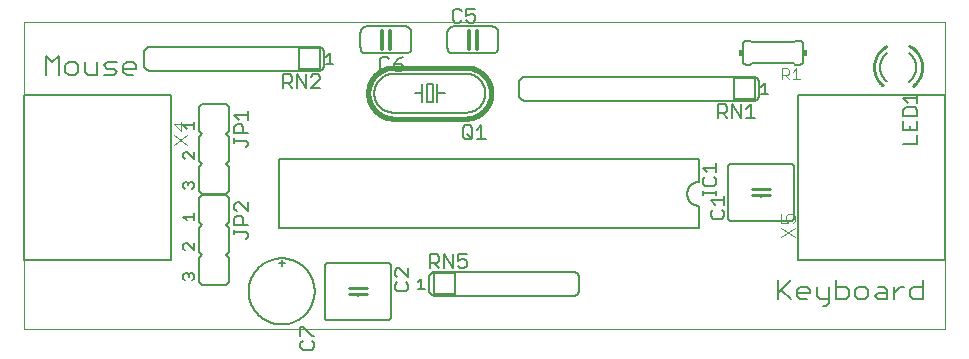
<source format=gto>
G75*
%MOIN*%
%OFA0B0*%
%FSLAX25Y25*%
%IPPOS*%
%LPD*%
%AMOC8*
5,1,8,0,0,1.08239X$1,22.5*
%
%ADD10C,0.00000*%
%ADD11C,0.00600*%
%ADD12C,0.01000*%
%ADD13C,0.00500*%
%ADD14C,0.01200*%
%ADD15C,0.01600*%
%ADD16C,0.00400*%
%ADD17R,0.01500X0.02000*%
%ADD18C,0.00800*%
D10*
X0005345Y0009867D02*
X0005345Y0112229D01*
X0312432Y0112229D01*
X0312432Y0009867D01*
X0005345Y0009867D01*
D11*
X0063693Y0025371D02*
X0063693Y0033371D01*
X0064693Y0034371D01*
X0063693Y0035371D01*
X0063693Y0043371D01*
X0064693Y0044371D01*
X0063693Y0045371D01*
X0063693Y0053371D01*
X0064693Y0054371D01*
X0072693Y0054371D01*
X0073693Y0053371D01*
X0073693Y0045371D01*
X0072693Y0044371D01*
X0073693Y0043371D01*
X0073693Y0035371D01*
X0072693Y0034371D01*
X0073693Y0033371D01*
X0073693Y0025371D01*
X0072693Y0024371D01*
X0064693Y0024371D01*
X0063693Y0025371D01*
X0090178Y0031839D02*
X0092178Y0031839D01*
X0091178Y0030839D02*
X0091178Y0032839D01*
X0105595Y0030809D02*
X0105595Y0013809D01*
X0105597Y0013749D01*
X0105602Y0013688D01*
X0105611Y0013629D01*
X0105624Y0013570D01*
X0105640Y0013511D01*
X0105660Y0013454D01*
X0105683Y0013399D01*
X0105710Y0013344D01*
X0105739Y0013292D01*
X0105772Y0013241D01*
X0105808Y0013192D01*
X0105846Y0013146D01*
X0105888Y0013102D01*
X0105932Y0013060D01*
X0105978Y0013022D01*
X0106027Y0012986D01*
X0106078Y0012953D01*
X0106130Y0012924D01*
X0106185Y0012897D01*
X0106240Y0012874D01*
X0106297Y0012854D01*
X0106356Y0012838D01*
X0106415Y0012825D01*
X0106474Y0012816D01*
X0106535Y0012811D01*
X0106595Y0012809D01*
X0126595Y0012809D01*
X0126655Y0012811D01*
X0126716Y0012816D01*
X0126775Y0012825D01*
X0126834Y0012838D01*
X0126893Y0012854D01*
X0126950Y0012874D01*
X0127005Y0012897D01*
X0127060Y0012924D01*
X0127112Y0012953D01*
X0127163Y0012986D01*
X0127212Y0013022D01*
X0127258Y0013060D01*
X0127302Y0013102D01*
X0127344Y0013146D01*
X0127382Y0013192D01*
X0127418Y0013241D01*
X0127451Y0013292D01*
X0127480Y0013344D01*
X0127507Y0013399D01*
X0127530Y0013454D01*
X0127550Y0013511D01*
X0127566Y0013570D01*
X0127579Y0013629D01*
X0127588Y0013688D01*
X0127593Y0013749D01*
X0127595Y0013809D01*
X0127595Y0030809D01*
X0127593Y0030869D01*
X0127588Y0030930D01*
X0127579Y0030989D01*
X0127566Y0031048D01*
X0127550Y0031107D01*
X0127530Y0031164D01*
X0127507Y0031219D01*
X0127480Y0031274D01*
X0127451Y0031326D01*
X0127418Y0031377D01*
X0127382Y0031426D01*
X0127344Y0031472D01*
X0127302Y0031516D01*
X0127258Y0031558D01*
X0127212Y0031596D01*
X0127163Y0031632D01*
X0127112Y0031665D01*
X0127060Y0031694D01*
X0127005Y0031721D01*
X0126950Y0031744D01*
X0126893Y0031764D01*
X0126834Y0031780D01*
X0126775Y0031793D01*
X0126716Y0031802D01*
X0126655Y0031807D01*
X0126595Y0031809D01*
X0106595Y0031809D01*
X0106535Y0031807D01*
X0106474Y0031802D01*
X0106415Y0031793D01*
X0106356Y0031780D01*
X0106297Y0031764D01*
X0106240Y0031744D01*
X0106185Y0031721D01*
X0106130Y0031694D01*
X0106078Y0031665D01*
X0106027Y0031632D01*
X0105978Y0031596D01*
X0105932Y0031558D01*
X0105888Y0031516D01*
X0105846Y0031472D01*
X0105808Y0031426D01*
X0105772Y0031377D01*
X0105739Y0031326D01*
X0105710Y0031274D01*
X0105683Y0031219D01*
X0105660Y0031164D01*
X0105640Y0031107D01*
X0105624Y0031048D01*
X0105611Y0030989D01*
X0105602Y0030930D01*
X0105597Y0030869D01*
X0105595Y0030809D01*
X0116595Y0023809D02*
X0116595Y0023309D01*
X0116595Y0021309D02*
X0116595Y0020809D01*
X0140345Y0022867D02*
X0140345Y0026867D01*
X0140347Y0026954D01*
X0140353Y0027041D01*
X0140362Y0027128D01*
X0140375Y0027214D01*
X0140392Y0027300D01*
X0140413Y0027385D01*
X0140438Y0027468D01*
X0140466Y0027551D01*
X0140497Y0027632D01*
X0140532Y0027712D01*
X0140571Y0027790D01*
X0140613Y0027867D01*
X0140658Y0027942D01*
X0140707Y0028014D01*
X0140758Y0028085D01*
X0140813Y0028153D01*
X0140870Y0028218D01*
X0140931Y0028281D01*
X0140994Y0028342D01*
X0141059Y0028399D01*
X0141127Y0028454D01*
X0141198Y0028505D01*
X0141270Y0028554D01*
X0141345Y0028599D01*
X0141422Y0028641D01*
X0141500Y0028680D01*
X0141580Y0028715D01*
X0141661Y0028746D01*
X0141744Y0028774D01*
X0141827Y0028799D01*
X0141912Y0028820D01*
X0141998Y0028837D01*
X0142084Y0028850D01*
X0142171Y0028859D01*
X0142258Y0028865D01*
X0142345Y0028867D01*
X0188345Y0028867D01*
X0188432Y0028865D01*
X0188519Y0028859D01*
X0188606Y0028850D01*
X0188692Y0028837D01*
X0188778Y0028820D01*
X0188863Y0028799D01*
X0188946Y0028774D01*
X0189029Y0028746D01*
X0189110Y0028715D01*
X0189190Y0028680D01*
X0189268Y0028641D01*
X0189345Y0028599D01*
X0189420Y0028554D01*
X0189492Y0028505D01*
X0189563Y0028454D01*
X0189631Y0028399D01*
X0189696Y0028342D01*
X0189759Y0028281D01*
X0189820Y0028218D01*
X0189877Y0028153D01*
X0189932Y0028085D01*
X0189983Y0028014D01*
X0190032Y0027942D01*
X0190077Y0027867D01*
X0190119Y0027790D01*
X0190158Y0027712D01*
X0190193Y0027632D01*
X0190224Y0027551D01*
X0190252Y0027468D01*
X0190277Y0027385D01*
X0190298Y0027300D01*
X0190315Y0027214D01*
X0190328Y0027128D01*
X0190337Y0027041D01*
X0190343Y0026954D01*
X0190345Y0026867D01*
X0190345Y0022867D01*
X0190343Y0022780D01*
X0190337Y0022693D01*
X0190328Y0022606D01*
X0190315Y0022520D01*
X0190298Y0022434D01*
X0190277Y0022349D01*
X0190252Y0022266D01*
X0190224Y0022183D01*
X0190193Y0022102D01*
X0190158Y0022022D01*
X0190119Y0021944D01*
X0190077Y0021867D01*
X0190032Y0021792D01*
X0189983Y0021720D01*
X0189932Y0021649D01*
X0189877Y0021581D01*
X0189820Y0021516D01*
X0189759Y0021453D01*
X0189696Y0021392D01*
X0189631Y0021335D01*
X0189563Y0021280D01*
X0189492Y0021229D01*
X0189420Y0021180D01*
X0189345Y0021135D01*
X0189268Y0021093D01*
X0189190Y0021054D01*
X0189110Y0021019D01*
X0189029Y0020988D01*
X0188946Y0020960D01*
X0188863Y0020935D01*
X0188778Y0020914D01*
X0188692Y0020897D01*
X0188606Y0020884D01*
X0188519Y0020875D01*
X0188432Y0020869D01*
X0188345Y0020867D01*
X0142345Y0020867D01*
X0141845Y0021367D02*
X0141845Y0028367D01*
X0148845Y0028367D01*
X0148845Y0021367D01*
X0141845Y0021367D01*
X0142345Y0020867D02*
X0142258Y0020869D01*
X0142171Y0020875D01*
X0142084Y0020884D01*
X0141998Y0020897D01*
X0141912Y0020914D01*
X0141827Y0020935D01*
X0141744Y0020960D01*
X0141661Y0020988D01*
X0141580Y0021019D01*
X0141500Y0021054D01*
X0141422Y0021093D01*
X0141345Y0021135D01*
X0141270Y0021180D01*
X0141198Y0021229D01*
X0141127Y0021280D01*
X0141059Y0021335D01*
X0140994Y0021392D01*
X0140931Y0021453D01*
X0140870Y0021516D01*
X0140813Y0021581D01*
X0140758Y0021649D01*
X0140707Y0021720D01*
X0140658Y0021792D01*
X0140613Y0021867D01*
X0140571Y0021944D01*
X0140532Y0022022D01*
X0140497Y0022102D01*
X0140466Y0022183D01*
X0140438Y0022266D01*
X0140413Y0022349D01*
X0140392Y0022434D01*
X0140375Y0022520D01*
X0140362Y0022606D01*
X0140353Y0022693D01*
X0140347Y0022780D01*
X0140345Y0022867D01*
X0080178Y0022339D02*
X0080181Y0022609D01*
X0080191Y0022879D01*
X0080208Y0023148D01*
X0080231Y0023417D01*
X0080261Y0023686D01*
X0080297Y0023953D01*
X0080340Y0024220D01*
X0080389Y0024485D01*
X0080445Y0024749D01*
X0080508Y0025012D01*
X0080576Y0025273D01*
X0080652Y0025532D01*
X0080733Y0025789D01*
X0080821Y0026045D01*
X0080915Y0026298D01*
X0081015Y0026549D01*
X0081122Y0026797D01*
X0081234Y0027042D01*
X0081353Y0027285D01*
X0081477Y0027524D01*
X0081607Y0027761D01*
X0081743Y0027994D01*
X0081885Y0028224D01*
X0082032Y0028450D01*
X0082185Y0028673D01*
X0082343Y0028892D01*
X0082506Y0029107D01*
X0082675Y0029317D01*
X0082849Y0029524D01*
X0083028Y0029726D01*
X0083211Y0029924D01*
X0083400Y0030117D01*
X0083593Y0030306D01*
X0083791Y0030489D01*
X0083993Y0030668D01*
X0084200Y0030842D01*
X0084410Y0031011D01*
X0084625Y0031174D01*
X0084844Y0031332D01*
X0085067Y0031485D01*
X0085293Y0031632D01*
X0085523Y0031774D01*
X0085756Y0031910D01*
X0085993Y0032040D01*
X0086232Y0032164D01*
X0086475Y0032283D01*
X0086720Y0032395D01*
X0086968Y0032502D01*
X0087219Y0032602D01*
X0087472Y0032696D01*
X0087728Y0032784D01*
X0087985Y0032865D01*
X0088244Y0032941D01*
X0088505Y0033009D01*
X0088768Y0033072D01*
X0089032Y0033128D01*
X0089297Y0033177D01*
X0089564Y0033220D01*
X0089831Y0033256D01*
X0090100Y0033286D01*
X0090369Y0033309D01*
X0090638Y0033326D01*
X0090908Y0033336D01*
X0091178Y0033339D01*
X0091448Y0033336D01*
X0091718Y0033326D01*
X0091987Y0033309D01*
X0092256Y0033286D01*
X0092525Y0033256D01*
X0092792Y0033220D01*
X0093059Y0033177D01*
X0093324Y0033128D01*
X0093588Y0033072D01*
X0093851Y0033009D01*
X0094112Y0032941D01*
X0094371Y0032865D01*
X0094628Y0032784D01*
X0094884Y0032696D01*
X0095137Y0032602D01*
X0095388Y0032502D01*
X0095636Y0032395D01*
X0095881Y0032283D01*
X0096124Y0032164D01*
X0096363Y0032040D01*
X0096600Y0031910D01*
X0096833Y0031774D01*
X0097063Y0031632D01*
X0097289Y0031485D01*
X0097512Y0031332D01*
X0097731Y0031174D01*
X0097946Y0031011D01*
X0098156Y0030842D01*
X0098363Y0030668D01*
X0098565Y0030489D01*
X0098763Y0030306D01*
X0098956Y0030117D01*
X0099145Y0029924D01*
X0099328Y0029726D01*
X0099507Y0029524D01*
X0099681Y0029317D01*
X0099850Y0029107D01*
X0100013Y0028892D01*
X0100171Y0028673D01*
X0100324Y0028450D01*
X0100471Y0028224D01*
X0100613Y0027994D01*
X0100749Y0027761D01*
X0100879Y0027524D01*
X0101003Y0027285D01*
X0101122Y0027042D01*
X0101234Y0026797D01*
X0101341Y0026549D01*
X0101441Y0026298D01*
X0101535Y0026045D01*
X0101623Y0025789D01*
X0101704Y0025532D01*
X0101780Y0025273D01*
X0101848Y0025012D01*
X0101911Y0024749D01*
X0101967Y0024485D01*
X0102016Y0024220D01*
X0102059Y0023953D01*
X0102095Y0023686D01*
X0102125Y0023417D01*
X0102148Y0023148D01*
X0102165Y0022879D01*
X0102175Y0022609D01*
X0102178Y0022339D01*
X0102175Y0022069D01*
X0102165Y0021799D01*
X0102148Y0021530D01*
X0102125Y0021261D01*
X0102095Y0020992D01*
X0102059Y0020725D01*
X0102016Y0020458D01*
X0101967Y0020193D01*
X0101911Y0019929D01*
X0101848Y0019666D01*
X0101780Y0019405D01*
X0101704Y0019146D01*
X0101623Y0018889D01*
X0101535Y0018633D01*
X0101441Y0018380D01*
X0101341Y0018129D01*
X0101234Y0017881D01*
X0101122Y0017636D01*
X0101003Y0017393D01*
X0100879Y0017154D01*
X0100749Y0016917D01*
X0100613Y0016684D01*
X0100471Y0016454D01*
X0100324Y0016228D01*
X0100171Y0016005D01*
X0100013Y0015786D01*
X0099850Y0015571D01*
X0099681Y0015361D01*
X0099507Y0015154D01*
X0099328Y0014952D01*
X0099145Y0014754D01*
X0098956Y0014561D01*
X0098763Y0014372D01*
X0098565Y0014189D01*
X0098363Y0014010D01*
X0098156Y0013836D01*
X0097946Y0013667D01*
X0097731Y0013504D01*
X0097512Y0013346D01*
X0097289Y0013193D01*
X0097063Y0013046D01*
X0096833Y0012904D01*
X0096600Y0012768D01*
X0096363Y0012638D01*
X0096124Y0012514D01*
X0095881Y0012395D01*
X0095636Y0012283D01*
X0095388Y0012176D01*
X0095137Y0012076D01*
X0094884Y0011982D01*
X0094628Y0011894D01*
X0094371Y0011813D01*
X0094112Y0011737D01*
X0093851Y0011669D01*
X0093588Y0011606D01*
X0093324Y0011550D01*
X0093059Y0011501D01*
X0092792Y0011458D01*
X0092525Y0011422D01*
X0092256Y0011392D01*
X0091987Y0011369D01*
X0091718Y0011352D01*
X0091448Y0011342D01*
X0091178Y0011339D01*
X0090908Y0011342D01*
X0090638Y0011352D01*
X0090369Y0011369D01*
X0090100Y0011392D01*
X0089831Y0011422D01*
X0089564Y0011458D01*
X0089297Y0011501D01*
X0089032Y0011550D01*
X0088768Y0011606D01*
X0088505Y0011669D01*
X0088244Y0011737D01*
X0087985Y0011813D01*
X0087728Y0011894D01*
X0087472Y0011982D01*
X0087219Y0012076D01*
X0086968Y0012176D01*
X0086720Y0012283D01*
X0086475Y0012395D01*
X0086232Y0012514D01*
X0085993Y0012638D01*
X0085756Y0012768D01*
X0085523Y0012904D01*
X0085293Y0013046D01*
X0085067Y0013193D01*
X0084844Y0013346D01*
X0084625Y0013504D01*
X0084410Y0013667D01*
X0084200Y0013836D01*
X0083993Y0014010D01*
X0083791Y0014189D01*
X0083593Y0014372D01*
X0083400Y0014561D01*
X0083211Y0014754D01*
X0083028Y0014952D01*
X0082849Y0015154D01*
X0082675Y0015361D01*
X0082506Y0015571D01*
X0082343Y0015786D01*
X0082185Y0016005D01*
X0082032Y0016228D01*
X0081885Y0016454D01*
X0081743Y0016684D01*
X0081607Y0016917D01*
X0081477Y0017154D01*
X0081353Y0017393D01*
X0081234Y0017636D01*
X0081122Y0017881D01*
X0081015Y0018129D01*
X0080915Y0018380D01*
X0080821Y0018633D01*
X0080733Y0018889D01*
X0080652Y0019146D01*
X0080576Y0019405D01*
X0080508Y0019666D01*
X0080445Y0019929D01*
X0080389Y0020193D01*
X0080340Y0020458D01*
X0080297Y0020725D01*
X0080261Y0020992D01*
X0080231Y0021261D01*
X0080208Y0021530D01*
X0080191Y0021799D01*
X0080181Y0022069D01*
X0080178Y0022339D01*
X0090345Y0043367D02*
X0090345Y0066367D01*
X0230345Y0066367D01*
X0230345Y0058867D01*
X0230219Y0058865D01*
X0230094Y0058859D01*
X0229969Y0058849D01*
X0229844Y0058835D01*
X0229719Y0058818D01*
X0229595Y0058796D01*
X0229472Y0058771D01*
X0229350Y0058741D01*
X0229229Y0058708D01*
X0229109Y0058671D01*
X0228990Y0058631D01*
X0228873Y0058586D01*
X0228756Y0058538D01*
X0228642Y0058486D01*
X0228529Y0058431D01*
X0228418Y0058372D01*
X0228309Y0058310D01*
X0228202Y0058244D01*
X0228097Y0058175D01*
X0227994Y0058103D01*
X0227893Y0058028D01*
X0227795Y0057949D01*
X0227700Y0057867D01*
X0227607Y0057783D01*
X0227517Y0057695D01*
X0227429Y0057605D01*
X0227345Y0057512D01*
X0227263Y0057417D01*
X0227184Y0057319D01*
X0227109Y0057218D01*
X0227037Y0057115D01*
X0226968Y0057010D01*
X0226902Y0056903D01*
X0226840Y0056794D01*
X0226781Y0056683D01*
X0226726Y0056570D01*
X0226674Y0056456D01*
X0226626Y0056339D01*
X0226581Y0056222D01*
X0226541Y0056103D01*
X0226504Y0055983D01*
X0226471Y0055862D01*
X0226441Y0055740D01*
X0226416Y0055617D01*
X0226394Y0055493D01*
X0226377Y0055368D01*
X0226363Y0055243D01*
X0226353Y0055118D01*
X0226347Y0054993D01*
X0226345Y0054867D01*
X0226347Y0054741D01*
X0226353Y0054616D01*
X0226363Y0054491D01*
X0226377Y0054366D01*
X0226394Y0054241D01*
X0226416Y0054117D01*
X0226441Y0053994D01*
X0226471Y0053872D01*
X0226504Y0053751D01*
X0226541Y0053631D01*
X0226581Y0053512D01*
X0226626Y0053395D01*
X0226674Y0053278D01*
X0226726Y0053164D01*
X0226781Y0053051D01*
X0226840Y0052940D01*
X0226902Y0052831D01*
X0226968Y0052724D01*
X0227037Y0052619D01*
X0227109Y0052516D01*
X0227184Y0052415D01*
X0227263Y0052317D01*
X0227345Y0052222D01*
X0227429Y0052129D01*
X0227517Y0052039D01*
X0227607Y0051951D01*
X0227700Y0051867D01*
X0227795Y0051785D01*
X0227893Y0051706D01*
X0227994Y0051631D01*
X0228097Y0051559D01*
X0228202Y0051490D01*
X0228309Y0051424D01*
X0228418Y0051362D01*
X0228529Y0051303D01*
X0228642Y0051248D01*
X0228756Y0051196D01*
X0228873Y0051148D01*
X0228990Y0051103D01*
X0229109Y0051063D01*
X0229229Y0051026D01*
X0229350Y0050993D01*
X0229472Y0050963D01*
X0229595Y0050938D01*
X0229719Y0050916D01*
X0229844Y0050899D01*
X0229969Y0050885D01*
X0230094Y0050875D01*
X0230219Y0050869D01*
X0230345Y0050867D01*
X0230345Y0043367D01*
X0090345Y0043367D01*
X0073659Y0055915D02*
X0072659Y0054915D01*
X0064659Y0054915D01*
X0063659Y0055915D01*
X0063659Y0063915D01*
X0064659Y0064915D01*
X0063659Y0065915D01*
X0063659Y0073915D01*
X0064659Y0074915D01*
X0063659Y0075915D01*
X0063659Y0083915D01*
X0064659Y0084915D01*
X0072659Y0084915D01*
X0073659Y0083915D01*
X0073659Y0075915D01*
X0072659Y0074915D01*
X0073659Y0073915D01*
X0073659Y0065915D01*
X0072659Y0064915D01*
X0073659Y0063915D01*
X0073659Y0055915D01*
X0128553Y0081915D02*
X0152553Y0081915D01*
X0143053Y0085415D02*
X0143053Y0088415D01*
X0145553Y0088415D01*
X0143053Y0088415D02*
X0143053Y0091415D01*
X0141553Y0091415D02*
X0141553Y0085415D01*
X0139553Y0085415D01*
X0139553Y0091415D01*
X0141553Y0091415D01*
X0138053Y0091415D02*
X0138053Y0088415D01*
X0135553Y0088415D01*
X0138053Y0088415D02*
X0138053Y0085415D01*
X0128553Y0081915D02*
X0128393Y0081917D01*
X0128234Y0081923D01*
X0128075Y0081933D01*
X0127916Y0081946D01*
X0127757Y0081964D01*
X0127599Y0081985D01*
X0127442Y0082011D01*
X0127285Y0082040D01*
X0127129Y0082073D01*
X0126974Y0082110D01*
X0126819Y0082150D01*
X0126666Y0082195D01*
X0126514Y0082243D01*
X0126363Y0082295D01*
X0126214Y0082351D01*
X0126066Y0082410D01*
X0125919Y0082473D01*
X0125774Y0082539D01*
X0125631Y0082609D01*
X0125489Y0082683D01*
X0125349Y0082759D01*
X0125211Y0082840D01*
X0125076Y0082923D01*
X0124942Y0083010D01*
X0124810Y0083101D01*
X0124681Y0083194D01*
X0124554Y0083291D01*
X0124429Y0083390D01*
X0124307Y0083493D01*
X0124188Y0083599D01*
X0124071Y0083707D01*
X0123957Y0083819D01*
X0123845Y0083933D01*
X0123737Y0084050D01*
X0123631Y0084169D01*
X0123528Y0084291D01*
X0123429Y0084416D01*
X0123332Y0084543D01*
X0123239Y0084672D01*
X0123148Y0084804D01*
X0123061Y0084938D01*
X0122978Y0085073D01*
X0122897Y0085211D01*
X0122821Y0085351D01*
X0122747Y0085493D01*
X0122677Y0085636D01*
X0122611Y0085781D01*
X0122548Y0085928D01*
X0122489Y0086076D01*
X0122433Y0086225D01*
X0122381Y0086376D01*
X0122333Y0086528D01*
X0122288Y0086681D01*
X0122248Y0086836D01*
X0122211Y0086991D01*
X0122178Y0087147D01*
X0122149Y0087304D01*
X0122123Y0087461D01*
X0122102Y0087619D01*
X0122084Y0087778D01*
X0122071Y0087937D01*
X0122061Y0088096D01*
X0122055Y0088255D01*
X0122053Y0088415D01*
X0122055Y0088575D01*
X0122061Y0088734D01*
X0122071Y0088893D01*
X0122084Y0089052D01*
X0122102Y0089211D01*
X0122123Y0089369D01*
X0122149Y0089526D01*
X0122178Y0089683D01*
X0122211Y0089839D01*
X0122248Y0089994D01*
X0122288Y0090149D01*
X0122333Y0090302D01*
X0122381Y0090454D01*
X0122433Y0090605D01*
X0122489Y0090754D01*
X0122548Y0090902D01*
X0122611Y0091049D01*
X0122677Y0091194D01*
X0122747Y0091337D01*
X0122821Y0091479D01*
X0122897Y0091619D01*
X0122978Y0091757D01*
X0123061Y0091892D01*
X0123148Y0092026D01*
X0123239Y0092158D01*
X0123332Y0092287D01*
X0123429Y0092414D01*
X0123528Y0092539D01*
X0123631Y0092661D01*
X0123737Y0092780D01*
X0123845Y0092897D01*
X0123957Y0093011D01*
X0124071Y0093123D01*
X0124188Y0093231D01*
X0124307Y0093337D01*
X0124429Y0093440D01*
X0124554Y0093539D01*
X0124681Y0093636D01*
X0124810Y0093729D01*
X0124942Y0093820D01*
X0125076Y0093907D01*
X0125211Y0093990D01*
X0125349Y0094071D01*
X0125489Y0094147D01*
X0125631Y0094221D01*
X0125774Y0094291D01*
X0125919Y0094357D01*
X0126066Y0094420D01*
X0126214Y0094479D01*
X0126363Y0094535D01*
X0126514Y0094587D01*
X0126666Y0094635D01*
X0126819Y0094680D01*
X0126974Y0094720D01*
X0127129Y0094757D01*
X0127285Y0094790D01*
X0127442Y0094819D01*
X0127599Y0094845D01*
X0127757Y0094866D01*
X0127916Y0094884D01*
X0128075Y0094897D01*
X0128234Y0094907D01*
X0128393Y0094913D01*
X0128553Y0094915D01*
X0152553Y0094915D01*
X0152713Y0094913D01*
X0152872Y0094907D01*
X0153031Y0094897D01*
X0153190Y0094884D01*
X0153349Y0094866D01*
X0153507Y0094845D01*
X0153664Y0094819D01*
X0153821Y0094790D01*
X0153977Y0094757D01*
X0154132Y0094720D01*
X0154287Y0094680D01*
X0154440Y0094635D01*
X0154592Y0094587D01*
X0154743Y0094535D01*
X0154892Y0094479D01*
X0155040Y0094420D01*
X0155187Y0094357D01*
X0155332Y0094291D01*
X0155475Y0094221D01*
X0155617Y0094147D01*
X0155757Y0094071D01*
X0155895Y0093990D01*
X0156030Y0093907D01*
X0156164Y0093820D01*
X0156296Y0093729D01*
X0156425Y0093636D01*
X0156552Y0093539D01*
X0156677Y0093440D01*
X0156799Y0093337D01*
X0156918Y0093231D01*
X0157035Y0093123D01*
X0157149Y0093011D01*
X0157261Y0092897D01*
X0157369Y0092780D01*
X0157475Y0092661D01*
X0157578Y0092539D01*
X0157677Y0092414D01*
X0157774Y0092287D01*
X0157867Y0092158D01*
X0157958Y0092026D01*
X0158045Y0091892D01*
X0158128Y0091757D01*
X0158209Y0091619D01*
X0158285Y0091479D01*
X0158359Y0091337D01*
X0158429Y0091194D01*
X0158495Y0091049D01*
X0158558Y0090902D01*
X0158617Y0090754D01*
X0158673Y0090605D01*
X0158725Y0090454D01*
X0158773Y0090302D01*
X0158818Y0090149D01*
X0158858Y0089994D01*
X0158895Y0089839D01*
X0158928Y0089683D01*
X0158957Y0089526D01*
X0158983Y0089369D01*
X0159004Y0089211D01*
X0159022Y0089052D01*
X0159035Y0088893D01*
X0159045Y0088734D01*
X0159051Y0088575D01*
X0159053Y0088415D01*
X0159051Y0088255D01*
X0159045Y0088096D01*
X0159035Y0087937D01*
X0159022Y0087778D01*
X0159004Y0087619D01*
X0158983Y0087461D01*
X0158957Y0087304D01*
X0158928Y0087147D01*
X0158895Y0086991D01*
X0158858Y0086836D01*
X0158818Y0086681D01*
X0158773Y0086528D01*
X0158725Y0086376D01*
X0158673Y0086225D01*
X0158617Y0086076D01*
X0158558Y0085928D01*
X0158495Y0085781D01*
X0158429Y0085636D01*
X0158359Y0085493D01*
X0158285Y0085351D01*
X0158209Y0085211D01*
X0158128Y0085073D01*
X0158045Y0084938D01*
X0157958Y0084804D01*
X0157867Y0084672D01*
X0157774Y0084543D01*
X0157677Y0084416D01*
X0157578Y0084291D01*
X0157475Y0084169D01*
X0157369Y0084050D01*
X0157261Y0083933D01*
X0157149Y0083819D01*
X0157035Y0083707D01*
X0156918Y0083599D01*
X0156799Y0083493D01*
X0156677Y0083390D01*
X0156552Y0083291D01*
X0156425Y0083194D01*
X0156296Y0083101D01*
X0156164Y0083010D01*
X0156030Y0082923D01*
X0155895Y0082840D01*
X0155757Y0082759D01*
X0155617Y0082683D01*
X0155475Y0082609D01*
X0155332Y0082539D01*
X0155187Y0082473D01*
X0155040Y0082410D01*
X0154892Y0082351D01*
X0154743Y0082295D01*
X0154592Y0082243D01*
X0154440Y0082195D01*
X0154287Y0082150D01*
X0154132Y0082110D01*
X0153977Y0082073D01*
X0153821Y0082040D01*
X0153664Y0082011D01*
X0153507Y0081985D01*
X0153349Y0081964D01*
X0153190Y0081946D01*
X0153031Y0081933D01*
X0152872Y0081923D01*
X0152713Y0081917D01*
X0152553Y0081915D01*
X0170345Y0087867D02*
X0170345Y0091867D01*
X0170347Y0091954D01*
X0170353Y0092041D01*
X0170362Y0092128D01*
X0170375Y0092214D01*
X0170392Y0092300D01*
X0170413Y0092385D01*
X0170438Y0092468D01*
X0170466Y0092551D01*
X0170497Y0092632D01*
X0170532Y0092712D01*
X0170571Y0092790D01*
X0170613Y0092867D01*
X0170658Y0092942D01*
X0170707Y0093014D01*
X0170758Y0093085D01*
X0170813Y0093153D01*
X0170870Y0093218D01*
X0170931Y0093281D01*
X0170994Y0093342D01*
X0171059Y0093399D01*
X0171127Y0093454D01*
X0171198Y0093505D01*
X0171270Y0093554D01*
X0171345Y0093599D01*
X0171422Y0093641D01*
X0171500Y0093680D01*
X0171580Y0093715D01*
X0171661Y0093746D01*
X0171744Y0093774D01*
X0171827Y0093799D01*
X0171912Y0093820D01*
X0171998Y0093837D01*
X0172084Y0093850D01*
X0172171Y0093859D01*
X0172258Y0093865D01*
X0172345Y0093867D01*
X0248345Y0093867D01*
X0248845Y0093367D02*
X0248845Y0086367D01*
X0241845Y0086367D01*
X0241845Y0093367D01*
X0248845Y0093367D01*
X0248345Y0093867D02*
X0248432Y0093865D01*
X0248519Y0093859D01*
X0248606Y0093850D01*
X0248692Y0093837D01*
X0248778Y0093820D01*
X0248863Y0093799D01*
X0248946Y0093774D01*
X0249029Y0093746D01*
X0249110Y0093715D01*
X0249190Y0093680D01*
X0249268Y0093641D01*
X0249345Y0093599D01*
X0249420Y0093554D01*
X0249492Y0093505D01*
X0249563Y0093454D01*
X0249631Y0093399D01*
X0249696Y0093342D01*
X0249759Y0093281D01*
X0249820Y0093218D01*
X0249877Y0093153D01*
X0249932Y0093085D01*
X0249983Y0093014D01*
X0250032Y0092942D01*
X0250077Y0092867D01*
X0250119Y0092790D01*
X0250158Y0092712D01*
X0250193Y0092632D01*
X0250224Y0092551D01*
X0250252Y0092468D01*
X0250277Y0092385D01*
X0250298Y0092300D01*
X0250315Y0092214D01*
X0250328Y0092128D01*
X0250337Y0092041D01*
X0250343Y0091954D01*
X0250345Y0091867D01*
X0250345Y0087867D01*
X0250343Y0087780D01*
X0250337Y0087693D01*
X0250328Y0087606D01*
X0250315Y0087520D01*
X0250298Y0087434D01*
X0250277Y0087349D01*
X0250252Y0087266D01*
X0250224Y0087183D01*
X0250193Y0087102D01*
X0250158Y0087022D01*
X0250119Y0086944D01*
X0250077Y0086867D01*
X0250032Y0086792D01*
X0249983Y0086720D01*
X0249932Y0086649D01*
X0249877Y0086581D01*
X0249820Y0086516D01*
X0249759Y0086453D01*
X0249696Y0086392D01*
X0249631Y0086335D01*
X0249563Y0086280D01*
X0249492Y0086229D01*
X0249420Y0086180D01*
X0249345Y0086135D01*
X0249268Y0086093D01*
X0249190Y0086054D01*
X0249110Y0086019D01*
X0249029Y0085988D01*
X0248946Y0085960D01*
X0248863Y0085935D01*
X0248778Y0085914D01*
X0248692Y0085897D01*
X0248606Y0085884D01*
X0248519Y0085875D01*
X0248432Y0085869D01*
X0248345Y0085867D01*
X0172345Y0085867D01*
X0172258Y0085869D01*
X0172171Y0085875D01*
X0172084Y0085884D01*
X0171998Y0085897D01*
X0171912Y0085914D01*
X0171827Y0085935D01*
X0171744Y0085960D01*
X0171661Y0085988D01*
X0171580Y0086019D01*
X0171500Y0086054D01*
X0171422Y0086093D01*
X0171345Y0086135D01*
X0171270Y0086180D01*
X0171198Y0086229D01*
X0171127Y0086280D01*
X0171059Y0086335D01*
X0170994Y0086392D01*
X0170931Y0086453D01*
X0170870Y0086516D01*
X0170813Y0086581D01*
X0170758Y0086649D01*
X0170707Y0086720D01*
X0170658Y0086792D01*
X0170613Y0086867D01*
X0170571Y0086944D01*
X0170532Y0087022D01*
X0170497Y0087102D01*
X0170466Y0087183D01*
X0170438Y0087266D01*
X0170413Y0087349D01*
X0170392Y0087434D01*
X0170375Y0087520D01*
X0170362Y0087606D01*
X0170353Y0087693D01*
X0170347Y0087780D01*
X0170345Y0087867D01*
X0161431Y0101634D02*
X0148431Y0101634D01*
X0148344Y0101636D01*
X0148257Y0101642D01*
X0148170Y0101651D01*
X0148084Y0101664D01*
X0147998Y0101681D01*
X0147913Y0101702D01*
X0147830Y0101727D01*
X0147747Y0101755D01*
X0147666Y0101786D01*
X0147586Y0101821D01*
X0147508Y0101860D01*
X0147431Y0101902D01*
X0147356Y0101947D01*
X0147284Y0101996D01*
X0147213Y0102047D01*
X0147145Y0102102D01*
X0147080Y0102159D01*
X0147017Y0102220D01*
X0146956Y0102283D01*
X0146899Y0102348D01*
X0146844Y0102416D01*
X0146793Y0102487D01*
X0146744Y0102559D01*
X0146699Y0102634D01*
X0146657Y0102711D01*
X0146618Y0102789D01*
X0146583Y0102869D01*
X0146552Y0102950D01*
X0146524Y0103033D01*
X0146499Y0103116D01*
X0146478Y0103201D01*
X0146461Y0103287D01*
X0146448Y0103373D01*
X0146439Y0103460D01*
X0146433Y0103547D01*
X0146431Y0103634D01*
X0146431Y0108634D01*
X0146433Y0108721D01*
X0146439Y0108808D01*
X0146448Y0108895D01*
X0146461Y0108981D01*
X0146478Y0109067D01*
X0146499Y0109152D01*
X0146524Y0109235D01*
X0146552Y0109318D01*
X0146583Y0109399D01*
X0146618Y0109479D01*
X0146657Y0109557D01*
X0146699Y0109634D01*
X0146744Y0109709D01*
X0146793Y0109781D01*
X0146844Y0109852D01*
X0146899Y0109920D01*
X0146956Y0109985D01*
X0147017Y0110048D01*
X0147080Y0110109D01*
X0147145Y0110166D01*
X0147213Y0110221D01*
X0147284Y0110272D01*
X0147356Y0110321D01*
X0147431Y0110366D01*
X0147508Y0110408D01*
X0147586Y0110447D01*
X0147666Y0110482D01*
X0147747Y0110513D01*
X0147830Y0110541D01*
X0147913Y0110566D01*
X0147998Y0110587D01*
X0148084Y0110604D01*
X0148170Y0110617D01*
X0148257Y0110626D01*
X0148344Y0110632D01*
X0148431Y0110634D01*
X0161431Y0110634D01*
X0161518Y0110632D01*
X0161605Y0110626D01*
X0161692Y0110617D01*
X0161778Y0110604D01*
X0161864Y0110587D01*
X0161949Y0110566D01*
X0162032Y0110541D01*
X0162115Y0110513D01*
X0162196Y0110482D01*
X0162276Y0110447D01*
X0162354Y0110408D01*
X0162431Y0110366D01*
X0162506Y0110321D01*
X0162578Y0110272D01*
X0162649Y0110221D01*
X0162717Y0110166D01*
X0162782Y0110109D01*
X0162845Y0110048D01*
X0162906Y0109985D01*
X0162963Y0109920D01*
X0163018Y0109852D01*
X0163069Y0109781D01*
X0163118Y0109709D01*
X0163163Y0109634D01*
X0163205Y0109557D01*
X0163244Y0109479D01*
X0163279Y0109399D01*
X0163310Y0109318D01*
X0163338Y0109235D01*
X0163363Y0109152D01*
X0163384Y0109067D01*
X0163401Y0108981D01*
X0163414Y0108895D01*
X0163423Y0108808D01*
X0163429Y0108721D01*
X0163431Y0108634D01*
X0163431Y0103634D01*
X0163429Y0103547D01*
X0163423Y0103460D01*
X0163414Y0103373D01*
X0163401Y0103287D01*
X0163384Y0103201D01*
X0163363Y0103116D01*
X0163338Y0103033D01*
X0163310Y0102950D01*
X0163279Y0102869D01*
X0163244Y0102789D01*
X0163205Y0102711D01*
X0163163Y0102634D01*
X0163118Y0102559D01*
X0163069Y0102487D01*
X0163018Y0102416D01*
X0162963Y0102348D01*
X0162906Y0102283D01*
X0162845Y0102220D01*
X0162782Y0102159D01*
X0162717Y0102102D01*
X0162649Y0102047D01*
X0162578Y0101996D01*
X0162506Y0101947D01*
X0162431Y0101902D01*
X0162354Y0101860D01*
X0162276Y0101821D01*
X0162196Y0101786D01*
X0162115Y0101755D01*
X0162032Y0101727D01*
X0161949Y0101702D01*
X0161864Y0101681D01*
X0161778Y0101664D01*
X0161692Y0101651D01*
X0161605Y0101642D01*
X0161518Y0101636D01*
X0161431Y0101634D01*
X0134467Y0103634D02*
X0134467Y0108634D01*
X0134465Y0108721D01*
X0134459Y0108808D01*
X0134450Y0108895D01*
X0134437Y0108981D01*
X0134420Y0109067D01*
X0134399Y0109152D01*
X0134374Y0109235D01*
X0134346Y0109318D01*
X0134315Y0109399D01*
X0134280Y0109479D01*
X0134241Y0109557D01*
X0134199Y0109634D01*
X0134154Y0109709D01*
X0134105Y0109781D01*
X0134054Y0109852D01*
X0133999Y0109920D01*
X0133942Y0109985D01*
X0133881Y0110048D01*
X0133818Y0110109D01*
X0133753Y0110166D01*
X0133685Y0110221D01*
X0133614Y0110272D01*
X0133542Y0110321D01*
X0133467Y0110366D01*
X0133390Y0110408D01*
X0133312Y0110447D01*
X0133232Y0110482D01*
X0133151Y0110513D01*
X0133068Y0110541D01*
X0132985Y0110566D01*
X0132900Y0110587D01*
X0132814Y0110604D01*
X0132728Y0110617D01*
X0132641Y0110626D01*
X0132554Y0110632D01*
X0132467Y0110634D01*
X0119467Y0110634D01*
X0119380Y0110632D01*
X0119293Y0110626D01*
X0119206Y0110617D01*
X0119120Y0110604D01*
X0119034Y0110587D01*
X0118949Y0110566D01*
X0118866Y0110541D01*
X0118783Y0110513D01*
X0118702Y0110482D01*
X0118622Y0110447D01*
X0118544Y0110408D01*
X0118467Y0110366D01*
X0118392Y0110321D01*
X0118320Y0110272D01*
X0118249Y0110221D01*
X0118181Y0110166D01*
X0118116Y0110109D01*
X0118053Y0110048D01*
X0117992Y0109985D01*
X0117935Y0109920D01*
X0117880Y0109852D01*
X0117829Y0109781D01*
X0117780Y0109709D01*
X0117735Y0109634D01*
X0117693Y0109557D01*
X0117654Y0109479D01*
X0117619Y0109399D01*
X0117588Y0109318D01*
X0117560Y0109235D01*
X0117535Y0109152D01*
X0117514Y0109067D01*
X0117497Y0108981D01*
X0117484Y0108895D01*
X0117475Y0108808D01*
X0117469Y0108721D01*
X0117467Y0108634D01*
X0117467Y0103634D01*
X0117469Y0103547D01*
X0117475Y0103460D01*
X0117484Y0103373D01*
X0117497Y0103287D01*
X0117514Y0103201D01*
X0117535Y0103116D01*
X0117560Y0103033D01*
X0117588Y0102950D01*
X0117619Y0102869D01*
X0117654Y0102789D01*
X0117693Y0102711D01*
X0117735Y0102634D01*
X0117780Y0102559D01*
X0117829Y0102487D01*
X0117880Y0102416D01*
X0117935Y0102348D01*
X0117992Y0102283D01*
X0118053Y0102220D01*
X0118116Y0102159D01*
X0118181Y0102102D01*
X0118249Y0102047D01*
X0118320Y0101996D01*
X0118392Y0101947D01*
X0118467Y0101902D01*
X0118544Y0101860D01*
X0118622Y0101821D01*
X0118702Y0101786D01*
X0118783Y0101755D01*
X0118866Y0101727D01*
X0118949Y0101702D01*
X0119034Y0101681D01*
X0119120Y0101664D01*
X0119206Y0101651D01*
X0119293Y0101642D01*
X0119380Y0101636D01*
X0119467Y0101634D01*
X0132467Y0101634D01*
X0132554Y0101636D01*
X0132641Y0101642D01*
X0132728Y0101651D01*
X0132814Y0101664D01*
X0132900Y0101681D01*
X0132985Y0101702D01*
X0133068Y0101727D01*
X0133151Y0101755D01*
X0133232Y0101786D01*
X0133312Y0101821D01*
X0133390Y0101860D01*
X0133467Y0101902D01*
X0133542Y0101947D01*
X0133614Y0101996D01*
X0133685Y0102047D01*
X0133753Y0102102D01*
X0133818Y0102159D01*
X0133881Y0102220D01*
X0133942Y0102283D01*
X0133999Y0102348D01*
X0134054Y0102416D01*
X0134105Y0102487D01*
X0134154Y0102559D01*
X0134199Y0102634D01*
X0134241Y0102711D01*
X0134280Y0102789D01*
X0134315Y0102869D01*
X0134346Y0102950D01*
X0134374Y0103033D01*
X0134399Y0103116D01*
X0134420Y0103201D01*
X0134437Y0103287D01*
X0134450Y0103373D01*
X0134459Y0103460D01*
X0134465Y0103547D01*
X0134467Y0103634D01*
X0105345Y0101867D02*
X0105345Y0097867D01*
X0105343Y0097780D01*
X0105337Y0097693D01*
X0105328Y0097606D01*
X0105315Y0097520D01*
X0105298Y0097434D01*
X0105277Y0097349D01*
X0105252Y0097266D01*
X0105224Y0097183D01*
X0105193Y0097102D01*
X0105158Y0097022D01*
X0105119Y0096944D01*
X0105077Y0096867D01*
X0105032Y0096792D01*
X0104983Y0096720D01*
X0104932Y0096649D01*
X0104877Y0096581D01*
X0104820Y0096516D01*
X0104759Y0096453D01*
X0104696Y0096392D01*
X0104631Y0096335D01*
X0104563Y0096280D01*
X0104492Y0096229D01*
X0104420Y0096180D01*
X0104345Y0096135D01*
X0104268Y0096093D01*
X0104190Y0096054D01*
X0104110Y0096019D01*
X0104029Y0095988D01*
X0103946Y0095960D01*
X0103863Y0095935D01*
X0103778Y0095914D01*
X0103692Y0095897D01*
X0103606Y0095884D01*
X0103519Y0095875D01*
X0103432Y0095869D01*
X0103345Y0095867D01*
X0047345Y0095867D01*
X0042688Y0096610D02*
X0042688Y0097678D01*
X0041621Y0098746D01*
X0039486Y0098746D01*
X0038418Y0097678D01*
X0038418Y0095543D01*
X0039486Y0094475D01*
X0041621Y0094475D01*
X0042688Y0096610D02*
X0038418Y0096610D01*
X0036243Y0095543D02*
X0035175Y0094475D01*
X0031973Y0094475D01*
X0029797Y0094475D02*
X0029797Y0098746D01*
X0031973Y0097678D02*
X0033040Y0098746D01*
X0036243Y0098746D01*
X0033040Y0096610D02*
X0031973Y0097678D01*
X0033040Y0096610D02*
X0035175Y0096610D01*
X0036243Y0095543D01*
X0029797Y0094475D02*
X0026595Y0094475D01*
X0025527Y0095543D01*
X0025527Y0098746D01*
X0023352Y0097678D02*
X0022284Y0098746D01*
X0020149Y0098746D01*
X0019082Y0097678D01*
X0019082Y0095543D01*
X0020149Y0094475D01*
X0022284Y0094475D01*
X0023352Y0095543D01*
X0023352Y0097678D01*
X0016906Y0100881D02*
X0016906Y0094475D01*
X0012636Y0094475D02*
X0012636Y0100881D01*
X0014771Y0098746D01*
X0016906Y0100881D01*
X0045345Y0101867D02*
X0045345Y0097867D01*
X0045347Y0097780D01*
X0045353Y0097693D01*
X0045362Y0097606D01*
X0045375Y0097520D01*
X0045392Y0097434D01*
X0045413Y0097349D01*
X0045438Y0097266D01*
X0045466Y0097183D01*
X0045497Y0097102D01*
X0045532Y0097022D01*
X0045571Y0096944D01*
X0045613Y0096867D01*
X0045658Y0096792D01*
X0045707Y0096720D01*
X0045758Y0096649D01*
X0045813Y0096581D01*
X0045870Y0096516D01*
X0045931Y0096453D01*
X0045994Y0096392D01*
X0046059Y0096335D01*
X0046127Y0096280D01*
X0046198Y0096229D01*
X0046270Y0096180D01*
X0046345Y0096135D01*
X0046422Y0096093D01*
X0046500Y0096054D01*
X0046580Y0096019D01*
X0046661Y0095988D01*
X0046744Y0095960D01*
X0046827Y0095935D01*
X0046912Y0095914D01*
X0046998Y0095897D01*
X0047084Y0095884D01*
X0047171Y0095875D01*
X0047258Y0095869D01*
X0047345Y0095867D01*
X0045345Y0101867D02*
X0045347Y0101954D01*
X0045353Y0102041D01*
X0045362Y0102128D01*
X0045375Y0102214D01*
X0045392Y0102300D01*
X0045413Y0102385D01*
X0045438Y0102468D01*
X0045466Y0102551D01*
X0045497Y0102632D01*
X0045532Y0102712D01*
X0045571Y0102790D01*
X0045613Y0102867D01*
X0045658Y0102942D01*
X0045707Y0103014D01*
X0045758Y0103085D01*
X0045813Y0103153D01*
X0045870Y0103218D01*
X0045931Y0103281D01*
X0045994Y0103342D01*
X0046059Y0103399D01*
X0046127Y0103454D01*
X0046198Y0103505D01*
X0046270Y0103554D01*
X0046345Y0103599D01*
X0046422Y0103641D01*
X0046500Y0103680D01*
X0046580Y0103715D01*
X0046661Y0103746D01*
X0046744Y0103774D01*
X0046827Y0103799D01*
X0046912Y0103820D01*
X0046998Y0103837D01*
X0047084Y0103850D01*
X0047171Y0103859D01*
X0047258Y0103865D01*
X0047345Y0103867D01*
X0103345Y0103867D01*
X0103845Y0103367D02*
X0103845Y0096367D01*
X0096845Y0096367D01*
X0096845Y0103367D01*
X0103845Y0103367D01*
X0103345Y0103867D02*
X0103432Y0103865D01*
X0103519Y0103859D01*
X0103606Y0103850D01*
X0103692Y0103837D01*
X0103778Y0103820D01*
X0103863Y0103799D01*
X0103946Y0103774D01*
X0104029Y0103746D01*
X0104110Y0103715D01*
X0104190Y0103680D01*
X0104268Y0103641D01*
X0104345Y0103599D01*
X0104420Y0103554D01*
X0104492Y0103505D01*
X0104563Y0103454D01*
X0104631Y0103399D01*
X0104696Y0103342D01*
X0104759Y0103281D01*
X0104820Y0103218D01*
X0104877Y0103153D01*
X0104932Y0103085D01*
X0104983Y0103014D01*
X0105032Y0102942D01*
X0105077Y0102867D01*
X0105119Y0102790D01*
X0105158Y0102712D01*
X0105193Y0102632D01*
X0105224Y0102551D01*
X0105252Y0102468D01*
X0105277Y0102385D01*
X0105298Y0102300D01*
X0105315Y0102214D01*
X0105328Y0102128D01*
X0105337Y0102041D01*
X0105343Y0101954D01*
X0105345Y0101867D01*
X0239974Y0063804D02*
X0239974Y0046804D01*
X0239976Y0046744D01*
X0239981Y0046683D01*
X0239990Y0046624D01*
X0240003Y0046565D01*
X0240019Y0046506D01*
X0240039Y0046449D01*
X0240062Y0046394D01*
X0240089Y0046339D01*
X0240118Y0046287D01*
X0240151Y0046236D01*
X0240187Y0046187D01*
X0240225Y0046141D01*
X0240267Y0046097D01*
X0240311Y0046055D01*
X0240357Y0046017D01*
X0240406Y0045981D01*
X0240457Y0045948D01*
X0240509Y0045919D01*
X0240564Y0045892D01*
X0240619Y0045869D01*
X0240676Y0045849D01*
X0240735Y0045833D01*
X0240794Y0045820D01*
X0240853Y0045811D01*
X0240914Y0045806D01*
X0240974Y0045804D01*
X0260974Y0045804D01*
X0261034Y0045806D01*
X0261095Y0045811D01*
X0261154Y0045820D01*
X0261213Y0045833D01*
X0261272Y0045849D01*
X0261329Y0045869D01*
X0261384Y0045892D01*
X0261439Y0045919D01*
X0261491Y0045948D01*
X0261542Y0045981D01*
X0261591Y0046017D01*
X0261637Y0046055D01*
X0261681Y0046097D01*
X0261723Y0046141D01*
X0261761Y0046187D01*
X0261797Y0046236D01*
X0261830Y0046287D01*
X0261859Y0046339D01*
X0261886Y0046394D01*
X0261909Y0046449D01*
X0261929Y0046506D01*
X0261945Y0046565D01*
X0261958Y0046624D01*
X0261967Y0046683D01*
X0261972Y0046744D01*
X0261974Y0046804D01*
X0261974Y0063804D01*
X0261972Y0063864D01*
X0261967Y0063925D01*
X0261958Y0063984D01*
X0261945Y0064043D01*
X0261929Y0064102D01*
X0261909Y0064159D01*
X0261886Y0064214D01*
X0261859Y0064269D01*
X0261830Y0064321D01*
X0261797Y0064372D01*
X0261761Y0064421D01*
X0261723Y0064467D01*
X0261681Y0064511D01*
X0261637Y0064553D01*
X0261591Y0064591D01*
X0261542Y0064627D01*
X0261491Y0064660D01*
X0261439Y0064689D01*
X0261384Y0064716D01*
X0261329Y0064739D01*
X0261272Y0064759D01*
X0261213Y0064775D01*
X0261154Y0064788D01*
X0261095Y0064797D01*
X0261034Y0064802D01*
X0260974Y0064804D01*
X0240974Y0064804D01*
X0240914Y0064802D01*
X0240853Y0064797D01*
X0240794Y0064788D01*
X0240735Y0064775D01*
X0240676Y0064759D01*
X0240619Y0064739D01*
X0240564Y0064716D01*
X0240509Y0064689D01*
X0240457Y0064660D01*
X0240406Y0064627D01*
X0240357Y0064591D01*
X0240311Y0064553D01*
X0240267Y0064511D01*
X0240225Y0064467D01*
X0240187Y0064421D01*
X0240151Y0064372D01*
X0240118Y0064321D01*
X0240089Y0064269D01*
X0240062Y0064214D01*
X0240039Y0064159D01*
X0240019Y0064102D01*
X0240003Y0064043D01*
X0239990Y0063984D01*
X0239981Y0063925D01*
X0239976Y0063864D01*
X0239974Y0063804D01*
X0250974Y0056804D02*
X0250974Y0056304D01*
X0250974Y0054304D02*
X0250974Y0053804D01*
X0256599Y0026079D02*
X0256599Y0019674D01*
X0256599Y0021809D02*
X0260869Y0026079D01*
X0263044Y0022876D02*
X0264112Y0023944D01*
X0266247Y0023944D01*
X0267314Y0022876D01*
X0267314Y0021809D01*
X0263044Y0021809D01*
X0263044Y0022876D02*
X0263044Y0020741D01*
X0264112Y0019674D01*
X0266247Y0019674D01*
X0269490Y0020741D02*
X0270557Y0019674D01*
X0273760Y0019674D01*
X0273760Y0018606D02*
X0272692Y0017539D01*
X0271625Y0017539D01*
X0273760Y0018606D02*
X0273760Y0023944D01*
X0275935Y0023944D02*
X0279138Y0023944D01*
X0280205Y0022876D01*
X0280205Y0020741D01*
X0279138Y0019674D01*
X0275935Y0019674D01*
X0275935Y0026079D01*
X0269490Y0023944D02*
X0269490Y0020741D01*
X0260869Y0019674D02*
X0257666Y0022876D01*
X0282381Y0022876D02*
X0282381Y0020741D01*
X0283448Y0019674D01*
X0285583Y0019674D01*
X0286651Y0020741D01*
X0286651Y0022876D01*
X0285583Y0023944D01*
X0283448Y0023944D01*
X0282381Y0022876D01*
X0288826Y0020741D02*
X0289894Y0021809D01*
X0293096Y0021809D01*
X0293096Y0022876D02*
X0293096Y0019674D01*
X0289894Y0019674D01*
X0288826Y0020741D01*
X0292029Y0023944D02*
X0293096Y0022876D01*
X0292029Y0023944D02*
X0289894Y0023944D01*
X0295272Y0023944D02*
X0295272Y0019674D01*
X0295272Y0021809D02*
X0297407Y0023944D01*
X0298474Y0023944D01*
X0300643Y0022876D02*
X0301710Y0023944D01*
X0304913Y0023944D01*
X0304913Y0026079D02*
X0304913Y0019674D01*
X0301710Y0019674D01*
X0300643Y0020741D01*
X0300643Y0022876D01*
X0290671Y0097070D02*
X0290673Y0097222D01*
X0290679Y0097373D01*
X0290688Y0097524D01*
X0290702Y0097676D01*
X0290719Y0097826D01*
X0290740Y0097976D01*
X0290765Y0098126D01*
X0290793Y0098275D01*
X0290826Y0098423D01*
X0290862Y0098570D01*
X0290901Y0098717D01*
X0290945Y0098862D01*
X0290992Y0099006D01*
X0291043Y0099149D01*
X0291097Y0099290D01*
X0291155Y0099431D01*
X0291216Y0099569D01*
X0291281Y0099706D01*
X0291350Y0099842D01*
X0291421Y0099975D01*
X0291496Y0100107D01*
X0291575Y0100237D01*
X0291656Y0100364D01*
X0291741Y0100490D01*
X0291829Y0100614D01*
X0291920Y0100735D01*
X0292014Y0100854D01*
X0292112Y0100970D01*
X0292212Y0101084D01*
X0292314Y0101196D01*
X0292420Y0101304D01*
X0292528Y0101410D01*
X0292639Y0101514D01*
X0292753Y0101614D01*
X0292869Y0101712D01*
X0292988Y0101806D01*
X0302671Y0097070D02*
X0302669Y0096916D01*
X0302663Y0096762D01*
X0302653Y0096608D01*
X0302639Y0096454D01*
X0302622Y0096301D01*
X0302600Y0096149D01*
X0302574Y0095997D01*
X0302545Y0095845D01*
X0302511Y0095695D01*
X0302474Y0095545D01*
X0302433Y0095397D01*
X0302388Y0095249D01*
X0302339Y0095103D01*
X0302287Y0094958D01*
X0302231Y0094815D01*
X0302171Y0094672D01*
X0302108Y0094532D01*
X0302041Y0094393D01*
X0301970Y0094256D01*
X0301896Y0094121D01*
X0301819Y0093988D01*
X0301738Y0093856D01*
X0301654Y0093727D01*
X0301566Y0093600D01*
X0301475Y0093476D01*
X0301382Y0093354D01*
X0301284Y0093234D01*
X0301184Y0093117D01*
X0301081Y0093002D01*
X0300975Y0092890D01*
X0300867Y0092781D01*
X0300755Y0092675D01*
X0300641Y0092571D01*
X0300524Y0092471D01*
X0300405Y0092373D01*
X0300283Y0092279D01*
X0300158Y0092188D01*
X0302671Y0097070D02*
X0302669Y0097220D01*
X0302663Y0097371D01*
X0302654Y0097521D01*
X0302641Y0097670D01*
X0302624Y0097820D01*
X0302603Y0097969D01*
X0302579Y0098117D01*
X0302551Y0098265D01*
X0302519Y0098412D01*
X0302484Y0098558D01*
X0302444Y0098703D01*
X0302402Y0098847D01*
X0302355Y0098990D01*
X0302305Y0099132D01*
X0302252Y0099273D01*
X0302195Y0099412D01*
X0302135Y0099550D01*
X0302071Y0099686D01*
X0302004Y0099820D01*
X0301933Y0099953D01*
X0301859Y0100084D01*
X0301782Y0100213D01*
X0301701Y0100340D01*
X0301618Y0100465D01*
X0301531Y0100588D01*
X0301442Y0100709D01*
X0301349Y0100827D01*
X0301253Y0100943D01*
X0301155Y0101057D01*
X0301054Y0101168D01*
X0300949Y0101277D01*
X0300843Y0101382D01*
X0300733Y0101486D01*
X0300621Y0101586D01*
X0300507Y0101684D01*
X0300390Y0101778D01*
X0300271Y0101870D01*
X0290671Y0097070D02*
X0290673Y0096918D01*
X0290679Y0096767D01*
X0290688Y0096616D01*
X0290702Y0096464D01*
X0290719Y0096314D01*
X0290740Y0096164D01*
X0290765Y0096014D01*
X0290793Y0095865D01*
X0290826Y0095717D01*
X0290862Y0095570D01*
X0290901Y0095423D01*
X0290945Y0095278D01*
X0290992Y0095134D01*
X0291043Y0094991D01*
X0291097Y0094850D01*
X0291155Y0094709D01*
X0291216Y0094571D01*
X0291281Y0094434D01*
X0291350Y0094298D01*
X0291421Y0094165D01*
X0291496Y0094033D01*
X0291575Y0093903D01*
X0291656Y0093776D01*
X0291741Y0093650D01*
X0291829Y0093526D01*
X0291920Y0093405D01*
X0292014Y0093286D01*
X0292112Y0093170D01*
X0292212Y0093056D01*
X0292314Y0092944D01*
X0292420Y0092836D01*
X0292528Y0092730D01*
X0292639Y0092626D01*
X0292753Y0092526D01*
X0292869Y0092428D01*
X0292988Y0092334D01*
X0264926Y0098934D02*
X0264926Y0104934D01*
X0264924Y0104994D01*
X0264919Y0105055D01*
X0264910Y0105114D01*
X0264897Y0105173D01*
X0264881Y0105232D01*
X0264861Y0105289D01*
X0264838Y0105344D01*
X0264811Y0105399D01*
X0264782Y0105451D01*
X0264749Y0105502D01*
X0264713Y0105551D01*
X0264675Y0105597D01*
X0264633Y0105641D01*
X0264589Y0105683D01*
X0264543Y0105721D01*
X0264494Y0105757D01*
X0264443Y0105790D01*
X0264391Y0105819D01*
X0264336Y0105846D01*
X0264281Y0105869D01*
X0264224Y0105889D01*
X0264165Y0105905D01*
X0264106Y0105918D01*
X0264047Y0105927D01*
X0263986Y0105932D01*
X0263926Y0105934D01*
X0262426Y0105934D01*
X0261926Y0105434D01*
X0247926Y0105434D01*
X0247426Y0105934D01*
X0245926Y0105934D01*
X0245866Y0105932D01*
X0245805Y0105927D01*
X0245746Y0105918D01*
X0245687Y0105905D01*
X0245628Y0105889D01*
X0245571Y0105869D01*
X0245516Y0105846D01*
X0245461Y0105819D01*
X0245409Y0105790D01*
X0245358Y0105757D01*
X0245309Y0105721D01*
X0245263Y0105683D01*
X0245219Y0105641D01*
X0245177Y0105597D01*
X0245139Y0105551D01*
X0245103Y0105502D01*
X0245070Y0105451D01*
X0245041Y0105399D01*
X0245014Y0105344D01*
X0244991Y0105289D01*
X0244971Y0105232D01*
X0244955Y0105173D01*
X0244942Y0105114D01*
X0244933Y0105055D01*
X0244928Y0104994D01*
X0244926Y0104934D01*
X0244926Y0098934D01*
X0244928Y0098874D01*
X0244933Y0098813D01*
X0244942Y0098754D01*
X0244955Y0098695D01*
X0244971Y0098636D01*
X0244991Y0098579D01*
X0245014Y0098524D01*
X0245041Y0098469D01*
X0245070Y0098417D01*
X0245103Y0098366D01*
X0245139Y0098317D01*
X0245177Y0098271D01*
X0245219Y0098227D01*
X0245263Y0098185D01*
X0245309Y0098147D01*
X0245358Y0098111D01*
X0245409Y0098078D01*
X0245461Y0098049D01*
X0245516Y0098022D01*
X0245571Y0097999D01*
X0245628Y0097979D01*
X0245687Y0097963D01*
X0245746Y0097950D01*
X0245805Y0097941D01*
X0245866Y0097936D01*
X0245926Y0097934D01*
X0247426Y0097934D01*
X0247926Y0098434D01*
X0261926Y0098434D01*
X0262426Y0097934D01*
X0263926Y0097934D01*
X0263986Y0097936D01*
X0264047Y0097941D01*
X0264106Y0097950D01*
X0264165Y0097963D01*
X0264224Y0097979D01*
X0264281Y0097999D01*
X0264336Y0098022D01*
X0264391Y0098049D01*
X0264443Y0098078D01*
X0264494Y0098111D01*
X0264543Y0098147D01*
X0264589Y0098185D01*
X0264633Y0098227D01*
X0264675Y0098271D01*
X0264713Y0098317D01*
X0264749Y0098366D01*
X0264782Y0098417D01*
X0264811Y0098469D01*
X0264838Y0098524D01*
X0264861Y0098579D01*
X0264881Y0098636D01*
X0264897Y0098695D01*
X0264910Y0098754D01*
X0264919Y0098813D01*
X0264924Y0098874D01*
X0264926Y0098934D01*
D12*
X0288671Y0097070D02*
X0288673Y0097265D01*
X0288681Y0097461D01*
X0288693Y0097656D01*
X0288709Y0097851D01*
X0288731Y0098046D01*
X0288757Y0098240D01*
X0288788Y0098433D01*
X0288824Y0098625D01*
X0288864Y0098817D01*
X0288909Y0099007D01*
X0288959Y0099196D01*
X0289013Y0099384D01*
X0289072Y0099571D01*
X0289135Y0099756D01*
X0289203Y0099939D01*
X0289276Y0100121D01*
X0289352Y0100301D01*
X0289434Y0100479D01*
X0289519Y0100655D01*
X0289609Y0100829D01*
X0289703Y0101000D01*
X0289801Y0101170D01*
X0289904Y0101336D01*
X0290010Y0101501D01*
X0290120Y0101662D01*
X0290234Y0101821D01*
X0290353Y0101977D01*
X0290474Y0102130D01*
X0290600Y0102280D01*
X0290729Y0102427D01*
X0290862Y0102571D01*
X0290998Y0102711D01*
X0291138Y0102848D01*
X0291281Y0102982D01*
X0291427Y0103112D01*
X0291576Y0103238D01*
X0291729Y0103361D01*
X0291884Y0103480D01*
X0292042Y0103595D01*
X0292203Y0103706D01*
X0292367Y0103813D01*
X0292533Y0103917D01*
X0292702Y0104016D01*
X0304671Y0097070D02*
X0304669Y0096875D01*
X0304662Y0096681D01*
X0304650Y0096487D01*
X0304633Y0096293D01*
X0304612Y0096099D01*
X0304586Y0095906D01*
X0304555Y0095714D01*
X0304520Y0095522D01*
X0304480Y0095332D01*
X0304435Y0095142D01*
X0304386Y0094954D01*
X0304332Y0094767D01*
X0304274Y0094581D01*
X0304211Y0094397D01*
X0304144Y0094214D01*
X0304072Y0094033D01*
X0303996Y0093854D01*
X0303916Y0093677D01*
X0303831Y0093502D01*
X0303742Y0093328D01*
X0303649Y0093158D01*
X0303552Y0092989D01*
X0303450Y0092823D01*
X0303345Y0092659D01*
X0303236Y0092498D01*
X0303123Y0092339D01*
X0303006Y0092184D01*
X0302885Y0092031D01*
X0302760Y0091882D01*
X0302632Y0091735D01*
X0302501Y0091591D01*
X0302366Y0091451D01*
X0302227Y0091314D01*
X0302086Y0091181D01*
X0301941Y0091051D01*
X0301793Y0090924D01*
X0304671Y0097070D02*
X0304669Y0097262D01*
X0304662Y0097454D01*
X0304650Y0097646D01*
X0304634Y0097838D01*
X0304613Y0098029D01*
X0304588Y0098219D01*
X0304558Y0098409D01*
X0304524Y0098598D01*
X0304485Y0098786D01*
X0304441Y0098973D01*
X0304393Y0099159D01*
X0304341Y0099344D01*
X0304284Y0099528D01*
X0304223Y0099710D01*
X0304157Y0099890D01*
X0304087Y0100069D01*
X0304013Y0100247D01*
X0303935Y0100422D01*
X0303852Y0100596D01*
X0303765Y0100767D01*
X0303675Y0100936D01*
X0303580Y0101103D01*
X0303481Y0101268D01*
X0303378Y0101431D01*
X0303271Y0101590D01*
X0303161Y0101748D01*
X0303047Y0101902D01*
X0302929Y0102054D01*
X0302807Y0102203D01*
X0302682Y0102349D01*
X0302554Y0102491D01*
X0302422Y0102631D01*
X0302287Y0102768D01*
X0302148Y0102901D01*
X0302007Y0103031D01*
X0301862Y0103157D01*
X0301714Y0103280D01*
X0301564Y0103399D01*
X0301410Y0103515D01*
X0301254Y0103627D01*
X0301095Y0103735D01*
X0300934Y0103840D01*
X0300770Y0103940D01*
X0300604Y0104036D01*
X0300436Y0104129D01*
X0288671Y0097070D02*
X0288673Y0096877D01*
X0288680Y0096684D01*
X0288692Y0096492D01*
X0288708Y0096299D01*
X0288729Y0096107D01*
X0288755Y0095916D01*
X0288785Y0095726D01*
X0288820Y0095536D01*
X0288859Y0095347D01*
X0288903Y0095159D01*
X0288951Y0094972D01*
X0289004Y0094786D01*
X0289061Y0094602D01*
X0289123Y0094419D01*
X0289189Y0094238D01*
X0289260Y0094058D01*
X0289334Y0093880D01*
X0289413Y0093704D01*
X0289497Y0093530D01*
X0289584Y0093358D01*
X0289676Y0093188D01*
X0289772Y0093021D01*
X0289871Y0092855D01*
X0289975Y0092692D01*
X0290082Y0092532D01*
X0290194Y0092375D01*
X0290309Y0092220D01*
X0290428Y0092068D01*
X0290550Y0091919D01*
X0290676Y0091772D01*
X0290806Y0091629D01*
X0290939Y0091489D01*
X0291075Y0091353D01*
X0291215Y0091219D01*
X0291357Y0091090D01*
X0291503Y0090963D01*
X0253974Y0056304D02*
X0250974Y0056304D01*
X0247974Y0056304D01*
X0247974Y0054304D02*
X0250974Y0054304D01*
X0253974Y0054304D01*
X0119595Y0023309D02*
X0116595Y0023309D01*
X0113595Y0023309D01*
X0113595Y0021309D02*
X0116595Y0021309D01*
X0119595Y0021309D01*
D13*
X0128841Y0023101D02*
X0128841Y0024603D01*
X0129591Y0025353D01*
X0129591Y0026955D02*
X0128841Y0027705D01*
X0128841Y0029207D01*
X0129591Y0029957D01*
X0130342Y0029957D01*
X0133345Y0026955D01*
X0133345Y0029957D01*
X0137730Y0026520D02*
X0137730Y0023117D01*
X0138864Y0023117D02*
X0136595Y0023117D01*
X0136595Y0025385D02*
X0137730Y0026520D01*
X0133345Y0024603D02*
X0132594Y0025353D01*
X0133345Y0024603D02*
X0133345Y0023101D01*
X0132594Y0022351D01*
X0129591Y0022351D01*
X0128841Y0023101D01*
X0140595Y0030117D02*
X0140595Y0034620D01*
X0142847Y0034620D01*
X0143598Y0033870D01*
X0143598Y0032369D01*
X0142847Y0031618D01*
X0140595Y0031618D01*
X0142097Y0031618D02*
X0143598Y0030117D01*
X0145199Y0030117D02*
X0145199Y0034620D01*
X0148202Y0030117D01*
X0148202Y0034620D01*
X0149803Y0034620D02*
X0149803Y0032369D01*
X0151304Y0033119D01*
X0152055Y0033119D01*
X0152806Y0032369D01*
X0152806Y0030867D01*
X0152055Y0030117D01*
X0150554Y0030117D01*
X0149803Y0030867D01*
X0149803Y0034620D02*
X0152806Y0034620D01*
X0101177Y0007485D02*
X0098175Y0010487D01*
X0097424Y0010487D01*
X0097424Y0007485D01*
X0101177Y0007485D02*
X0101928Y0007485D01*
X0101177Y0005883D02*
X0101928Y0005133D01*
X0101928Y0003631D01*
X0101177Y0002881D01*
X0098175Y0002881D01*
X0097424Y0003631D01*
X0097424Y0005133D01*
X0098175Y0005883D01*
X0061843Y0026597D02*
X0061276Y0026030D01*
X0061843Y0026597D02*
X0061843Y0027731D01*
X0061276Y0028298D01*
X0060709Y0028298D01*
X0060142Y0027731D01*
X0060142Y0027164D01*
X0060142Y0027731D02*
X0059575Y0028298D01*
X0059008Y0028298D01*
X0058441Y0027731D01*
X0058441Y0026597D01*
X0059008Y0026030D01*
X0059008Y0036030D02*
X0058441Y0036597D01*
X0058441Y0037731D01*
X0059008Y0038298D01*
X0059575Y0038298D01*
X0061843Y0036030D01*
X0061843Y0038298D01*
X0075440Y0041310D02*
X0075440Y0042812D01*
X0075440Y0042061D02*
X0079193Y0042061D01*
X0079943Y0041310D01*
X0079943Y0040560D01*
X0079193Y0039809D01*
X0079943Y0044413D02*
X0075440Y0044413D01*
X0075440Y0046665D01*
X0076190Y0047416D01*
X0077692Y0047416D01*
X0078442Y0046665D01*
X0078442Y0044413D01*
X0079943Y0049017D02*
X0076941Y0052020D01*
X0076190Y0052020D01*
X0075440Y0051269D01*
X0075440Y0049768D01*
X0076190Y0049017D01*
X0079943Y0049017D02*
X0079943Y0052020D01*
X0061843Y0048298D02*
X0061843Y0046030D01*
X0061843Y0047164D02*
X0058441Y0047164D01*
X0059575Y0046030D01*
X0058973Y0056574D02*
X0058406Y0057141D01*
X0058406Y0058275D01*
X0058973Y0058842D01*
X0059541Y0058842D01*
X0060108Y0058275D01*
X0060675Y0058842D01*
X0061242Y0058842D01*
X0061809Y0058275D01*
X0061809Y0057141D01*
X0061242Y0056574D01*
X0060108Y0057708D02*
X0060108Y0058275D01*
X0058973Y0066574D02*
X0058406Y0067141D01*
X0058406Y0068275D01*
X0058973Y0068842D01*
X0059541Y0068842D01*
X0061809Y0066574D01*
X0061809Y0068842D01*
X0075405Y0071854D02*
X0075405Y0073356D01*
X0075405Y0072605D02*
X0079159Y0072605D01*
X0079909Y0071854D01*
X0079909Y0071104D01*
X0079159Y0070353D01*
X0079909Y0074957D02*
X0075405Y0074957D01*
X0075405Y0077209D01*
X0076156Y0077959D01*
X0077657Y0077959D01*
X0078408Y0077209D01*
X0078408Y0074957D01*
X0079909Y0079561D02*
X0079909Y0082563D01*
X0079909Y0081062D02*
X0075405Y0081062D01*
X0076907Y0079561D01*
X0061809Y0078842D02*
X0061809Y0076574D01*
X0061809Y0077708D02*
X0058406Y0077708D01*
X0059541Y0076574D01*
X0091784Y0090117D02*
X0091784Y0094620D01*
X0094035Y0094620D01*
X0094786Y0093870D01*
X0094786Y0092369D01*
X0094035Y0091618D01*
X0091784Y0091618D01*
X0093285Y0091618D02*
X0094786Y0090117D01*
X0096387Y0090117D02*
X0096387Y0094620D01*
X0099390Y0090117D01*
X0099390Y0094620D01*
X0100991Y0093870D02*
X0101742Y0094620D01*
X0103243Y0094620D01*
X0103994Y0093870D01*
X0103994Y0093119D01*
X0100991Y0090117D01*
X0103994Y0090117D01*
X0106004Y0098217D02*
X0108273Y0098217D01*
X0107139Y0098217D02*
X0107139Y0101620D01*
X0106004Y0100485D01*
X0124009Y0099637D02*
X0124009Y0096635D01*
X0124760Y0095884D01*
X0126261Y0095884D01*
X0127012Y0096635D01*
X0128613Y0096635D02*
X0129364Y0095884D01*
X0130865Y0095884D01*
X0131616Y0096635D01*
X0131616Y0097385D01*
X0130865Y0098136D01*
X0128613Y0098136D01*
X0128613Y0096635D01*
X0128613Y0098136D02*
X0130114Y0099637D01*
X0131616Y0100388D01*
X0127012Y0099637D02*
X0126261Y0100388D01*
X0124760Y0100388D01*
X0124009Y0099637D01*
X0148181Y0112635D02*
X0148931Y0111884D01*
X0150433Y0111884D01*
X0151183Y0112635D01*
X0152785Y0112635D02*
X0153535Y0111884D01*
X0155037Y0111884D01*
X0155787Y0112635D01*
X0155787Y0114136D01*
X0155037Y0114887D01*
X0154286Y0114887D01*
X0152785Y0114136D01*
X0152785Y0116388D01*
X0155787Y0116388D01*
X0151183Y0115637D02*
X0150433Y0116388D01*
X0148931Y0116388D01*
X0148181Y0115637D01*
X0148181Y0112635D01*
X0236784Y0084620D02*
X0236784Y0080117D01*
X0236784Y0081618D02*
X0239035Y0081618D01*
X0239786Y0082369D01*
X0239786Y0083870D01*
X0239035Y0084620D01*
X0236784Y0084620D01*
X0238285Y0081618D02*
X0239786Y0080117D01*
X0241387Y0080117D02*
X0241387Y0084620D01*
X0244390Y0080117D01*
X0244390Y0084620D01*
X0245991Y0083119D02*
X0247493Y0084620D01*
X0247493Y0080117D01*
X0248994Y0080117D02*
X0245991Y0080117D01*
X0251004Y0088217D02*
X0253273Y0088217D01*
X0252139Y0088217D02*
X0252139Y0091620D01*
X0251004Y0090485D01*
X0298417Y0086717D02*
X0302921Y0086717D01*
X0302921Y0085216D02*
X0302921Y0088219D01*
X0299918Y0085216D02*
X0298417Y0086717D01*
X0299168Y0083615D02*
X0298417Y0082864D01*
X0298417Y0080612D01*
X0302921Y0080612D01*
X0302921Y0082864D01*
X0302170Y0083615D01*
X0299168Y0083615D01*
X0298417Y0079011D02*
X0298417Y0076008D01*
X0302921Y0076008D01*
X0302921Y0079011D01*
X0300669Y0077510D02*
X0300669Y0076008D01*
X0302921Y0074407D02*
X0302921Y0071404D01*
X0298417Y0071404D01*
X0238724Y0054160D02*
X0238724Y0051158D01*
X0237974Y0049556D02*
X0238724Y0048805D01*
X0238724Y0047304D01*
X0237974Y0046554D01*
X0234971Y0046554D01*
X0234220Y0047304D01*
X0234220Y0048805D01*
X0234971Y0049556D01*
X0235722Y0051158D02*
X0234220Y0052659D01*
X0238724Y0052659D01*
X0236095Y0054339D02*
X0236095Y0055841D01*
X0236095Y0055090D02*
X0231591Y0055090D01*
X0231591Y0054339D02*
X0231591Y0055841D01*
X0232342Y0057409D02*
X0231591Y0058159D01*
X0231591Y0059661D01*
X0232342Y0060411D01*
X0233093Y0062013D02*
X0231591Y0063514D01*
X0236095Y0063514D01*
X0236095Y0062013D02*
X0236095Y0065015D01*
X0235345Y0060411D02*
X0236095Y0059661D01*
X0236095Y0058159D01*
X0235345Y0057409D01*
X0232342Y0057409D01*
X0159201Y0073165D02*
X0156199Y0073165D01*
X0157700Y0073165D02*
X0157700Y0077669D01*
X0156199Y0076168D01*
X0154597Y0076918D02*
X0154597Y0073916D01*
X0153847Y0073165D01*
X0152345Y0073165D01*
X0151595Y0073916D01*
X0151595Y0076918D01*
X0152345Y0077669D01*
X0153847Y0077669D01*
X0154597Y0076918D01*
X0153096Y0074666D02*
X0154597Y0073165D01*
D14*
X0153731Y0103134D02*
X0153731Y0109134D01*
X0156231Y0109134D02*
X0156231Y0103134D01*
X0127167Y0103134D02*
X0127167Y0109134D01*
X0124667Y0109134D02*
X0124667Y0103134D01*
D15*
X0128553Y0096915D02*
X0152553Y0096915D01*
X0152760Y0096912D01*
X0152967Y0096905D01*
X0153173Y0096892D01*
X0153380Y0096875D01*
X0153585Y0096852D01*
X0153791Y0096824D01*
X0153995Y0096792D01*
X0154199Y0096754D01*
X0154401Y0096712D01*
X0154603Y0096664D01*
X0154803Y0096612D01*
X0155002Y0096555D01*
X0155199Y0096493D01*
X0155395Y0096426D01*
X0155589Y0096354D01*
X0155782Y0096278D01*
X0155972Y0096197D01*
X0156161Y0096111D01*
X0156347Y0096021D01*
X0156531Y0095927D01*
X0156713Y0095827D01*
X0156892Y0095724D01*
X0157069Y0095616D01*
X0157243Y0095504D01*
X0157414Y0095388D01*
X0157583Y0095267D01*
X0157748Y0095143D01*
X0157910Y0095014D01*
X0158069Y0094882D01*
X0158225Y0094746D01*
X0158378Y0094606D01*
X0158527Y0094462D01*
X0158672Y0094315D01*
X0158814Y0094164D01*
X0158952Y0094010D01*
X0159087Y0093852D01*
X0159217Y0093692D01*
X0159343Y0093528D01*
X0159466Y0093361D01*
X0159584Y0093191D01*
X0159699Y0093018D01*
X0159809Y0092843D01*
X0159914Y0092665D01*
X0160016Y0092484D01*
X0160112Y0092302D01*
X0160205Y0092116D01*
X0160293Y0091929D01*
X0160376Y0091739D01*
X0160455Y0091548D01*
X0160529Y0091355D01*
X0160598Y0091159D01*
X0160662Y0090963D01*
X0160722Y0090765D01*
X0160777Y0090565D01*
X0160827Y0090364D01*
X0160872Y0090162D01*
X0160912Y0089959D01*
X0160947Y0089755D01*
X0160977Y0089550D01*
X0161002Y0089345D01*
X0161022Y0089139D01*
X0161037Y0088932D01*
X0161047Y0088725D01*
X0161052Y0088518D01*
X0161052Y0088312D01*
X0161047Y0088105D01*
X0161037Y0087898D01*
X0161022Y0087691D01*
X0161002Y0087485D01*
X0160977Y0087280D01*
X0160947Y0087075D01*
X0160912Y0086871D01*
X0160872Y0086668D01*
X0160827Y0086466D01*
X0160777Y0086265D01*
X0160722Y0086065D01*
X0160662Y0085867D01*
X0160598Y0085671D01*
X0160529Y0085475D01*
X0160455Y0085282D01*
X0160376Y0085091D01*
X0160293Y0084901D01*
X0160205Y0084714D01*
X0160112Y0084528D01*
X0160016Y0084346D01*
X0159914Y0084165D01*
X0159809Y0083987D01*
X0159699Y0083812D01*
X0159584Y0083639D01*
X0159466Y0083469D01*
X0159343Y0083302D01*
X0159217Y0083138D01*
X0159087Y0082978D01*
X0158952Y0082820D01*
X0158814Y0082666D01*
X0158672Y0082515D01*
X0158527Y0082368D01*
X0158378Y0082224D01*
X0158225Y0082084D01*
X0158069Y0081948D01*
X0157910Y0081816D01*
X0157748Y0081687D01*
X0157583Y0081563D01*
X0157414Y0081442D01*
X0157243Y0081326D01*
X0157069Y0081214D01*
X0156892Y0081106D01*
X0156713Y0081003D01*
X0156531Y0080903D01*
X0156347Y0080809D01*
X0156161Y0080719D01*
X0155972Y0080633D01*
X0155782Y0080552D01*
X0155589Y0080476D01*
X0155395Y0080404D01*
X0155199Y0080337D01*
X0155002Y0080275D01*
X0154803Y0080218D01*
X0154603Y0080166D01*
X0154401Y0080118D01*
X0154199Y0080076D01*
X0153995Y0080038D01*
X0153791Y0080006D01*
X0153585Y0079978D01*
X0153380Y0079955D01*
X0153173Y0079938D01*
X0152967Y0079925D01*
X0152760Y0079918D01*
X0152553Y0079915D01*
X0128553Y0079915D01*
X0128346Y0079918D01*
X0128139Y0079925D01*
X0127933Y0079938D01*
X0127726Y0079955D01*
X0127521Y0079978D01*
X0127315Y0080006D01*
X0127111Y0080038D01*
X0126907Y0080076D01*
X0126705Y0080118D01*
X0126503Y0080166D01*
X0126303Y0080218D01*
X0126104Y0080275D01*
X0125907Y0080337D01*
X0125711Y0080404D01*
X0125517Y0080476D01*
X0125324Y0080552D01*
X0125134Y0080633D01*
X0124945Y0080719D01*
X0124759Y0080809D01*
X0124575Y0080903D01*
X0124393Y0081003D01*
X0124214Y0081106D01*
X0124037Y0081214D01*
X0123863Y0081326D01*
X0123692Y0081442D01*
X0123523Y0081563D01*
X0123358Y0081687D01*
X0123196Y0081816D01*
X0123037Y0081948D01*
X0122881Y0082084D01*
X0122728Y0082224D01*
X0122579Y0082368D01*
X0122434Y0082515D01*
X0122292Y0082666D01*
X0122154Y0082820D01*
X0122019Y0082978D01*
X0121889Y0083138D01*
X0121763Y0083302D01*
X0121640Y0083469D01*
X0121522Y0083639D01*
X0121407Y0083812D01*
X0121297Y0083987D01*
X0121192Y0084165D01*
X0121090Y0084346D01*
X0120994Y0084528D01*
X0120901Y0084714D01*
X0120813Y0084901D01*
X0120730Y0085091D01*
X0120651Y0085282D01*
X0120577Y0085475D01*
X0120508Y0085671D01*
X0120444Y0085867D01*
X0120384Y0086065D01*
X0120329Y0086265D01*
X0120279Y0086466D01*
X0120234Y0086668D01*
X0120194Y0086871D01*
X0120159Y0087075D01*
X0120129Y0087280D01*
X0120104Y0087485D01*
X0120084Y0087691D01*
X0120069Y0087898D01*
X0120059Y0088105D01*
X0120054Y0088312D01*
X0120054Y0088518D01*
X0120059Y0088725D01*
X0120069Y0088932D01*
X0120084Y0089139D01*
X0120104Y0089345D01*
X0120129Y0089550D01*
X0120159Y0089755D01*
X0120194Y0089959D01*
X0120234Y0090162D01*
X0120279Y0090364D01*
X0120329Y0090565D01*
X0120384Y0090765D01*
X0120444Y0090963D01*
X0120508Y0091159D01*
X0120577Y0091355D01*
X0120651Y0091548D01*
X0120730Y0091739D01*
X0120813Y0091929D01*
X0120901Y0092116D01*
X0120994Y0092302D01*
X0121090Y0092484D01*
X0121192Y0092665D01*
X0121297Y0092843D01*
X0121407Y0093018D01*
X0121522Y0093191D01*
X0121640Y0093361D01*
X0121763Y0093528D01*
X0121889Y0093692D01*
X0122019Y0093852D01*
X0122154Y0094010D01*
X0122292Y0094164D01*
X0122434Y0094315D01*
X0122579Y0094462D01*
X0122728Y0094606D01*
X0122881Y0094746D01*
X0123037Y0094882D01*
X0123196Y0095014D01*
X0123358Y0095143D01*
X0123523Y0095267D01*
X0123692Y0095388D01*
X0123863Y0095504D01*
X0124037Y0095616D01*
X0124214Y0095724D01*
X0124393Y0095827D01*
X0124575Y0095927D01*
X0124759Y0096021D01*
X0124945Y0096111D01*
X0125134Y0096197D01*
X0125324Y0096278D01*
X0125517Y0096354D01*
X0125711Y0096426D01*
X0125907Y0096493D01*
X0126104Y0096555D01*
X0126303Y0096612D01*
X0126503Y0096664D01*
X0126705Y0096712D01*
X0126907Y0096754D01*
X0127111Y0096792D01*
X0127315Y0096824D01*
X0127521Y0096852D01*
X0127726Y0096875D01*
X0127933Y0096892D01*
X0128139Y0096905D01*
X0128346Y0096912D01*
X0128553Y0096915D01*
D16*
X0059800Y0078158D02*
X0055196Y0078158D01*
X0057498Y0075856D01*
X0057498Y0078926D01*
X0055196Y0074322D02*
X0059800Y0071252D01*
X0059800Y0074322D02*
X0055196Y0071252D01*
X0257784Y0048134D02*
X0257784Y0045064D01*
X0260086Y0045064D01*
X0259318Y0046599D01*
X0259318Y0047366D01*
X0260086Y0048134D01*
X0261620Y0048134D01*
X0262388Y0047366D01*
X0262388Y0045832D01*
X0261620Y0045064D01*
X0262388Y0043530D02*
X0257784Y0040460D01*
X0257784Y0043530D02*
X0262388Y0040460D01*
X0262703Y0093134D02*
X0262703Y0096637D01*
X0261535Y0095469D01*
X0260279Y0094885D02*
X0259696Y0094302D01*
X0257944Y0094302D01*
X0259112Y0094302D02*
X0260279Y0093134D01*
X0261535Y0093134D02*
X0263871Y0093134D01*
X0260279Y0094885D02*
X0260279Y0096053D01*
X0259696Y0096637D01*
X0257944Y0096637D01*
X0257944Y0093134D01*
D17*
X0265676Y0101934D03*
X0244176Y0101934D03*
D18*
X0263375Y0087819D02*
X0263375Y0032701D01*
X0312194Y0032701D01*
X0312194Y0087819D01*
X0263375Y0087819D01*
X0054213Y0087819D02*
X0054213Y0032701D01*
X0005394Y0032701D01*
X0005394Y0087819D01*
X0054213Y0087819D01*
M02*

</source>
